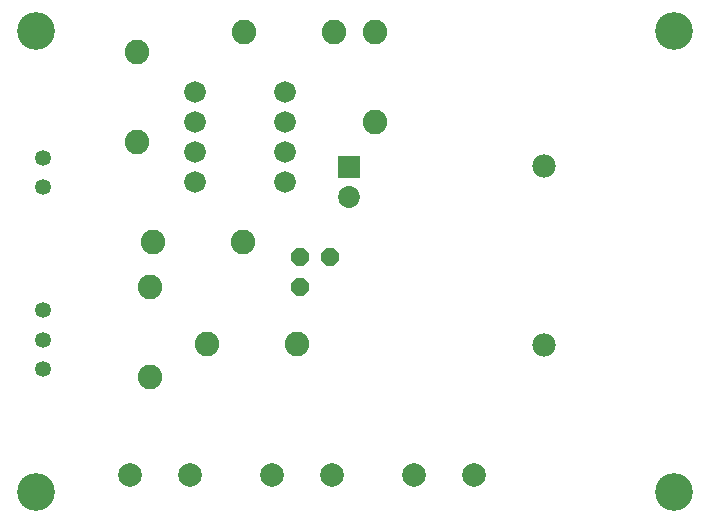
<source format=gbr>
G04 EAGLE Gerber RS-274X export*
G75*
%MOMM*%
%FSLAX34Y34*%
%LPD*%
%INSoldermask Top*%
%IPPOS*%
%AMOC8*
5,1,8,0,0,1.08239X$1,22.5*%
G01*
G04 Define Apertures*
%ADD10C,3.203200*%
%ADD11R,1.854200X1.854200*%
%ADD12C,1.854200*%
%ADD13C,1.828800*%
%ADD14C,1.351200*%
%ADD15P,1.64956X8X202.5*%
%ADD16C,2.082800*%
%ADD17C,1.981200*%
%ADD18C,2.003200*%
D10*
X570000Y420000D03*
X30000Y420000D03*
X30000Y30000D03*
X570000Y30000D03*
D11*
X294800Y304600D03*
D12*
X294800Y279600D03*
D13*
X165100Y368300D03*
X165100Y342900D03*
X241300Y342900D03*
X241300Y368300D03*
X165100Y317500D03*
X165100Y292100D03*
X241300Y317500D03*
X241300Y292100D03*
D14*
X36000Y133600D03*
X36000Y158600D03*
X36000Y183600D03*
X36000Y312500D03*
X36000Y287500D03*
D15*
X279400Y228600D03*
X254000Y228600D03*
X254000Y203200D03*
D16*
X205900Y419100D03*
X282100Y419100D03*
X317500Y342900D03*
X317500Y419100D03*
X115700Y402500D03*
X115700Y326300D03*
X127000Y203200D03*
X127000Y127000D03*
X128900Y241300D03*
X205100Y241300D03*
X175100Y155100D03*
X251300Y155100D03*
D17*
X460000Y306000D03*
X460000Y154000D03*
D18*
X110000Y44000D03*
X160800Y44000D03*
X230000Y44000D03*
X280800Y44000D03*
X350000Y44000D03*
X400800Y44000D03*
M02*

</source>
